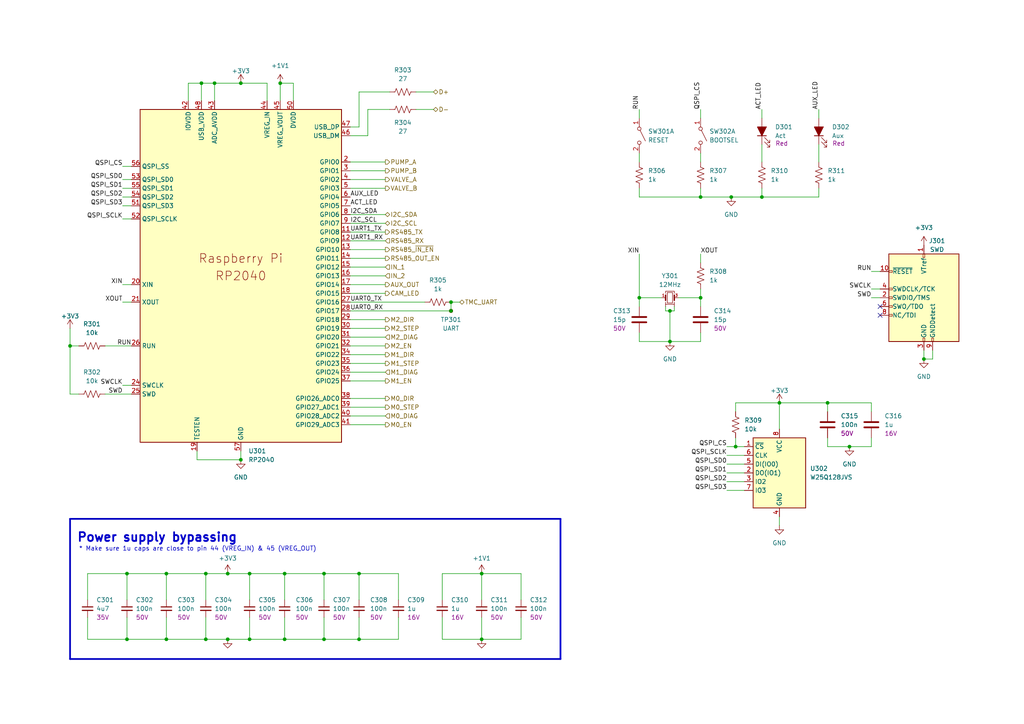
<source format=kicad_sch>
(kicad_sch (version 20230121) (generator eeschema)
  (paper "A4")
  (lib_symbols
    (symbol "Connector:Conn_ARM_JTAG_SWD_10" (pin_names (offset 1.016))
      (property "Reference" "J" (at -2.54 16.51 0))
      (property "Value" "Conn_ARM_JTAG_SWD_10" (at -2.54 13.97 0))
      (symbol "Conn_ARM_JTAG_SWD_10_0_1"
        (rectangle (start -10.16 12.7) (end 10.16 -12.7) (stroke (width 0.254)) (fill (type background)))
        (rectangle (start -2.794 -12.7) (end -2.286 -11.684))
        (rectangle (start -0.254 -12.7) (end 0.254 -11.684))
        (rectangle (start -0.254 12.7) (end 0.254 11.684))
        (rectangle (start 9.144 2.286) (end 10.16 2.794))
        (rectangle (start 10.16 -2.794) (end 9.144 -2.286))
        (rectangle (start 10.16 -0.254) (end 9.144 0.254))
        (rectangle (start 10.16 7.874) (end 9.144 7.366))
      )
      (symbol "Conn_ARM_JTAG_SWD_10_1_1"
        (rectangle (start 9.144 -5.334) (end 10.16 -4.826))
        (pin power_in line (at 0 15.24 270) (length 2.54) (name "VTref") (number "1"))
        (pin open_collector line (at 12.7 7.62 180) (length 2.54) (name "~{RESET}") (number "10"))
        (pin bidirectional line (at 12.7 0 180) (length 2.54) (name "SWDIO/TMS") (number "2"))
        (pin power_in line (at 0 -15.24 90) (length 2.54) (name "GND") (number "3"))
        (pin output line (at 12.7 2.54 180) (length 2.54) (name "SWDCLK/TCK") (number "4"))
        (pin passive line (at 0 -15.24 90) (length 2.54) hide (name "GND") (number "5"))
        (pin input line (at 12.7 -2.54 180) (length 2.54) (name "SWO/TDO") (number "6"))
        (pin no_connect line (at -10.16 0 0) (length 2.54) hide (name "KEY") (number "7"))
        (pin output line (at 12.7 -5.08 180) (length 2.54) (name "NC/TDI") (number "8"))
        (pin passive line (at -2.54 -15.24 90) (length 2.54) (name "GNDDetect") (number "9"))
      )
    )
    (symbol "Connector:TestPoint_Small" (pin_numbers hide) (pin_names (offset 0.762) hide)
      (property "Reference" "TP" (at 0 3.81 0))
      (property "Value" "TestPoint_Small" (at 0 2.032 0))
      (symbol "TestPoint_Small_0_1"
        (circle (center 0 0) (radius 0.508))
      )
      (symbol "TestPoint_Small_1_1"
        (pin passive line (at 0 0 90) (length 0) (name "1") (number "1"))
      )
    )
    (symbol "Device:C" (pin_numbers hide) (pin_names (offset 0.254))
      (property "Reference" "C" (at 0.635 2.54 0))
      (property "Value" "C" (at 0.635 -2.54 0))
      (symbol "C_0_1"
        (polyline (pts (xy -2.032 -0.762) (xy 2.032 -0.762)) (stroke (width 0.508)))
        (polyline (pts (xy -2.032 0.762) (xy 2.032 0.762)) (stroke (width 0.508)))
      )
      (symbol "C_1_1"
        (pin passive line (at 0 3.81 270) (length 2.794) (name "~") (number "1"))
        (pin passive line (at 0 -3.81 90) (length 2.794) (name "~") (number "2"))
      )
    )
    (symbol "Device:C_Small" (pin_numbers hide) (pin_names (offset 0.254) hide)
      (property "Reference" "C" (at 0.254 1.778 0))
      (property "Value" "C_Small" (at 0.254 -2.032 0))
      (symbol "C_Small_0_1"
        (polyline (pts (xy -1.524 -0.508) (xy 1.524 -0.508)) (stroke (width 0.3302)))
        (polyline (pts (xy -1.524 0.508) (xy 1.524 0.508)) (stroke (width 0.3048)))
      )
      (symbol "C_Small_1_1"
        (pin passive line (at 0 2.54 270) (length 2.032) (name "~") (number "1"))
        (pin passive line (at 0 -2.54 90) (length 2.032) (name "~") (number "2"))
      )
    )
    (symbol "Device:LED_Filled" (pin_numbers hide) (pin_names (offset 1.016) hide)
      (property "Reference" "D" (at 0 2.54 0))
      (property "Value" "LED_Filled" (at 0 -2.54 0))
      (symbol "LED_Filled_0_1"
        (polyline (pts (xy -1.27 -1.27) (xy -1.27 1.27)) (stroke (width 0.254)))
        (polyline (pts (xy -1.27 0) (xy 1.27 0)))
        (polyline (pts (xy 1.27 -1.27) (xy 1.27 1.27) (xy -1.27 0) (xy 1.27 -1.27)) (stroke (width 0.254)) (fill (type outline)))
        (polyline (pts (xy -3.048 -0.762) (xy -4.572 -2.286) (xy -3.81 -2.286) (xy -4.572 -2.286) (xy -4.572 -1.524)))
        (polyline (pts (xy -1.778 -0.762) (xy -3.302 -2.286) (xy -2.54 -2.286) (xy -3.302 -2.286) (xy -3.302 -1.524)))
      )
      (symbol "LED_Filled_1_1"
        (pin passive line (at -3.81 0 0) (length 2.54) (name "K") (number "1"))
        (pin passive line (at 3.81 0 180) (length 2.54) (name "A") (number "2"))
      )
    )
    (symbol "Device:R_US" (pin_numbers hide) (pin_names (offset 0))
      (property "Reference" "R" (at 2.54 0 90))
      (property "Value" "R_US" (at -2.54 0 90))
      (symbol "R_US_0_1"
        (polyline (pts (xy 0 -2.286) (xy 0 -2.54)))
        (polyline (pts (xy 0 2.286) (xy 0 2.54)))
        (polyline (pts (xy 0 -0.762) (xy 1.016 -1.143) (xy 0 -1.524) (xy -1.016 -1.905) (xy 0 -2.286)))
        (polyline (pts (xy 0 0.762) (xy 1.016 0.381) (xy 0 0) (xy -1.016 -0.381) (xy 0 -0.762)))
        (polyline (pts (xy 0 2.286) (xy 1.016 1.905) (xy 0 1.524) (xy -1.016 1.143) (xy 0 0.762)))
      )
      (symbol "R_US_1_1"
        (pin passive line (at 0 3.81 270) (length 1.27) (name "~") (number "1"))
        (pin passive line (at 0 -3.81 90) (length 1.27) (name "~") (number "2"))
      )
    )
    (symbol "Droid:Crystal_12MHz_4Pin" (pin_names hide)
      (property "Reference" "Y" (at 0 5.08 0))
      (property "Value" "12MHz" (at 0 0 0))
      (symbol "Crystal_12MHz_4Pin_0_1"
        (rectangle (start -0.762 -1.524) (end 0.762 1.524))
        (polyline (pts (xy -1.27 -0.762) (xy -1.27 0.762)) (stroke (width 0.381)))
        (polyline (pts (xy 1.27 -0.762) (xy 1.27 0.762)) (stroke (width 0.381)))
        (polyline (pts (xy -1.27 -1.27) (xy -1.27 -1.905) (xy 1.27 -1.905) (xy 1.27 -1.27)))
        (polyline (pts (xy -1.27 1.27) (xy -1.27 1.905) (xy 1.27 1.905) (xy 1.27 1.27)))
      )
      (symbol "Crystal_12MHz_4Pin_1_1"
        (pin passive line (at -2.54 0 0) (length 1.27) (name "1") (number "1"))
        (pin passive line (at -1.27 -2.54 90) (length 0.635) (name "2") (number "2"))
        (pin passive line (at 2.54 0 180) (length 1.27) (name "3") (number "3"))
        (pin passive line (at 1.27 -2.54 90) (length 0.635) (name "4") (number "4"))
      )
    )
    (symbol "Droid:RP2040"
      (property "Reference" "U" (at 2.54 -50.8 0))
      (property "Value" "RP2040" (at 2.54 -53.34 0))
      (symbol "RP2040_0_0"
        (text "Raspberry Pi" (at 0 5.08 0) (effects (font (size 2.54 2.54))))
        (text "RP2040" (at 0 0 0) (effects (font (size 2.54 2.54))))
      )
      (symbol "RP2040_0_1"
        (rectangle (start -29.21 48.26) (end 29.21 -48.26) (stroke (width 0.254)) (fill (type background)))
      )
      (symbol "RP2040_1_1"
        (pin power_in line (at -15.24 50.8 270) (length 2.54) hide (name "IOVDD") (number "1"))
        (pin power_in line (at -15.24 50.8 270) (length 2.54) hide (name "IOVDD") (number "10"))
        (pin bidirectional line (at 31.75 12.7 180) (length 2.54) (name "GPIO8") (number "11"))
        (pin bidirectional line (at 31.75 10.16 180) (length 2.54) (name "GPIO9") (number "12"))
        (pin bidirectional line (at 31.75 7.62 180) (length 2.54) (name "GPIO10") (number "13"))
        (pin bidirectional line (at 31.75 5.08 180) (length 2.54) (name "GPIO11") (number "14"))
        (pin bidirectional line (at 31.75 2.54 180) (length 2.54) (name "GPIO12") (number "15"))
        (pin bidirectional line (at 31.75 0 180) (length 2.54) (name "GPIO13") (number "16"))
        (pin bidirectional line (at 31.75 -2.54 180) (length 2.54) (name "GPIO14") (number "17"))
        (pin bidirectional line (at 31.75 -5.08 180) (length 2.54) (name "GPIO15") (number "18"))
        (pin passive line (at -12.7 -50.8 90) (length 2.54) (name "TESTEN") (number "19"))
        (pin bidirectional line (at 31.75 33.02 180) (length 2.54) (name "GPIO0") (number "2"))
        (pin input line (at -31.75 -2.54 0) (length 2.54) (name "XIN") (number "20"))
        (pin passive line (at -31.75 -7.62 0) (length 2.54) (name "XOUT") (number "21"))
        (pin power_in line (at -15.24 50.8 270) (length 2.54) hide (name "IOVDD") (number "22"))
        (pin power_in line (at 15.24 50.8 270) (length 2.54) hide (name "DVDD") (number "23"))
        (pin input line (at -31.75 -31.75 0) (length 2.54) (name "SWCLK") (number "24"))
        (pin bidirectional line (at -31.75 -34.29 0) (length 2.54) (name "SWD") (number "25"))
        (pin input line (at -31.75 -20.32 0) (length 2.54) (name "RUN") (number "26"))
        (pin bidirectional line (at 31.75 -7.62 180) (length 2.54) (name "GPIO16") (number "27"))
        (pin bidirectional line (at 31.75 -10.16 180) (length 2.54) (name "GPIO17") (number "28"))
        (pin bidirectional line (at 31.75 -12.7 180) (length 2.54) (name "GPIO18") (number "29"))
        (pin bidirectional line (at 31.75 30.48 180) (length 2.54) (name "GPIO1") (number "3"))
        (pin bidirectional line (at 31.75 -15.24 180) (length 2.54) (name "GPIO19") (number "30"))
        (pin bidirectional line (at 31.75 -17.78 180) (length 2.54) (name "GPIO20") (number "31"))
        (pin bidirectional line (at 31.75 -20.32 180) (length 2.54) (name "GPIO21") (number "32"))
        (pin power_in line (at -15.24 50.8 270) (length 2.54) hide (name "IOVDD") (number "33"))
        (pin bidirectional line (at 31.75 -22.86 180) (length 2.54) (name "GPIO22") (number "34"))
        (pin bidirectional line (at 31.75 -25.4 180) (length 2.54) (name "GPIO23") (number "35"))
        (pin bidirectional line (at 31.75 -27.94 180) (length 2.54) (name "GPIO24") (number "36"))
        (pin bidirectional line (at 31.75 -30.48 180) (length 2.54) (name "GPIO25") (number "37"))
        (pin bidirectional line (at 31.75 -35.56 180) (length 2.54) (name "GPIO26_ADC0") (number "38"))
        (pin bidirectional line (at 31.75 -38.1 180) (length 2.54) (name "GPIO27_ADC1") (number "39"))
        (pin bidirectional line (at 31.75 27.94 180) (length 2.54) (name "GPIO2") (number "4"))
        (pin bidirectional line (at 31.75 -40.64 180) (length 2.54) (name "GPIO28_ADC2") (number "40"))
        (pin bidirectional line (at 31.75 -43.18 180) (length 2.54) (name "GPIO29_ADC3") (number "41"))
        (pin power_in line (at -15.24 50.8 270) (length 2.54) (name "IOVDD") (number "42"))
        (pin power_in line (at -7.62 50.8 270) (length 2.54) (name "ADC_AVDD") (number "43"))
        (pin power_in line (at 7.62 50.8 270) (length 2.54) (name "VREG_IN") (number "44"))
        (pin power_out line (at 11.43 50.8 270) (length 2.54) (name "VREG_VOUT") (number "45"))
        (pin bidirectional line (at 31.75 40.64 180) (length 2.54) (name "USB_DM") (number "46"))
        (pin bidirectional line (at 31.75 43.18 180) (length 2.54) (name "USB_DP") (number "47"))
        (pin power_in line (at -11.43 50.8 270) (length 2.54) (name "USB_VDD") (number "48"))
        (pin power_in line (at -15.24 50.8 270) (length 2.54) hide (name "IOVDD") (number "49"))
        (pin bidirectional line (at 31.75 25.4 180) (length 2.54) (name "GPIO3") (number "5"))
        (pin power_in line (at 15.24 50.8 270) (length 2.54) (name "DVDD") (number "50"))
        (pin bidirectional line (at -31.75 20.32 0) (length 2.54) (name "QSPI_SD3") (number "51"))
        (pin output line (at -31.75 16.51 0) (length 2.54) (name "QSPI_SCLK") (number "52"))
        (pin bidirectional line (at -31.75 27.94 0) (length 2.54) (name "QSPI_SD0") (number "53"))
        (pin bidirectional line (at -31.75 22.86 0) (length 2.54) (name "QSPI_SD2") (number "54"))
        (pin bidirectional line (at -31.75 25.4 0) (length 2.54) (name "QSPI_SD1") (number "55"))
        (pin bidirectional line (at -31.75 31.75 0) (length 2.54) (name "QSPI_SS") (number "56"))
        (pin power_in line (at 0 -50.8 90) (length 2.54) (name "GND") (number "57"))
        (pin bidirectional line (at 31.75 22.86 180) (length 2.54) (name "GPIO4") (number "6"))
        (pin bidirectional line (at 31.75 20.32 180) (length 2.54) (name "GPIO5") (number "7"))
        (pin bidirectional line (at 31.75 17.78 180) (length 2.54) (name "GPIO6") (number "8"))
        (pin bidirectional line (at 31.75 15.24 180) (length 2.54) (name "GPIO7") (number "9"))
      )
    )
    (symbol "Memory_Flash:W25Q128JVS"
      (property "Reference" "U" (at -8.89 8.89 0))
      (property "Value" "W25Q128JVS" (at 7.62 8.89 0))
      (symbol "W25Q128JVS_0_1"
        (rectangle (start -7.62 10.16) (end 7.62 -10.16) (stroke (width 0.254)) (fill (type background)))
      )
      (symbol "W25Q128JVS_1_1"
        (pin input line (at -10.16 7.62 0) (length 2.54) (name "~{CS}") (number "1"))
        (pin bidirectional line (at -10.16 0 0) (length 2.54) (name "DO(IO1)") (number "2"))
        (pin bidirectional line (at -10.16 -2.54 0) (length 2.54) (name "IO2") (number "3"))
        (pin power_in line (at 0 -12.7 90) (length 2.54) (name "GND") (number "4"))
        (pin bidirectional line (at -10.16 2.54 0) (length 2.54) (name "DI(IO0)") (number "5"))
        (pin input line (at -10.16 5.08 0) (length 2.54) (name "CLK") (number "6"))
        (pin bidirectional line (at -10.16 -5.08 0) (length 2.54) (name "IO3") (number "7"))
        (pin power_in line (at 0 12.7 270) (length 2.54) (name "VCC") (number "8"))
      )
    )
    (symbol "Switch:SW_DPST_x2" (pin_names (offset 0) hide)
      (property "Reference" "SW" (at 0 3.175 0))
      (property "Value" "SW_DPST_x2" (at 0 -2.54 0))
      (symbol "SW_DPST_x2_0_0"
        (circle (center -2.032 0) (radius 0.508))
        (polyline (pts (xy -1.524 0.254) (xy 1.524 1.778)))
        (circle (center 2.032 0) (radius 0.508))
      )
      (symbol "SW_DPST_x2_1_1"
        (pin passive line (at -5.08 0 0) (length 2.54) (name "A") (number "1"))
        (pin passive line (at 5.08 0 180) (length 2.54) (name "B") (number "2"))
      )
      (symbol "SW_DPST_x2_2_1"
        (pin passive line (at -5.08 0 0) (length 2.54) (name "A") (number "3"))
        (pin passive line (at 5.08 0 180) (length 2.54) (name "B") (number "4"))
      )
    )
    (symbol "power:+1V1" (power) (pin_names (offset 0))
      (property "Value" "+1V1" (at 0 3.556 0))
      (symbol "+1V1_0_1"
        (polyline (pts (xy -0.762 1.27) (xy 0 2.54)))
        (polyline (pts (xy 0 0) (xy 0 2.54)))
        (polyline (pts (xy 0 2.54) (xy 0.762 1.27)))
      )
      (symbol "+1V1_1_1"
        (pin power_in line (at 0 0 90) (length 0) hide (name "+1V1") (number "1"))
      )
    )
    (symbol "power:+3V3" (power) (pin_names (offset 0))
      (property "Value" "+3V3" (at 0 3.556 0))
      (symbol "+3V3_0_1"
        (polyline (pts (xy -0.762 1.27) (xy 0 2.54)))
        (polyline (pts (xy 0 0) (xy 0 2.54)))
        (polyline (pts (xy 0 2.54) (xy 0.762 1.27)))
      )
      (symbol "+3V3_1_1"
        (pin power_in line (at 0 0 90) (length 0) hide (name "+3V3") (number "1"))
      )
    )
    (symbol "power:GND" (power) (pin_names (offset 0))
      (property "Value" "GND" (at 0 -3.81 0))
      (symbol "GND_0_1"
        (polyline (pts (xy 0 0) (xy 0 -1.27) (xy 1.27 -1.27) (xy 0 -2.54) (xy -1.27 -1.27) (xy 0 -1.27)))
      )
      (symbol "GND_1_1"
        (pin power_in line (at 0 0 270) (length 0) hide (name "GND") (number "1"))
      )
    )
  )
  (junction (at 59.69 166.37))
  (junction (at 226.06 116.84))
  (junction (at 194.31 90.17))
  (junction (at 267.97 104.14))
  (junction (at 82.55 166.37))
  (junction (at 203.2 86.36))
  (junction (at 48.26 185.42))
  (junction (at 246.38 129.54))
  (junction (at 20.32 100.33))
  (junction (at 36.83 166.37))
  (junction (at 130.81 90.17))
  (junction (at 185.42 86.36))
  (junction (at 93.98 185.42))
  (junction (at 220.98 57.15))
  (junction (at 104.14 166.37))
  (junction (at 72.39 166.37))
  (junction (at 104.14 185.42))
  (junction (at 139.7 185.42))
  (junction (at 81.28 24.13))
  (junction (at 48.26 166.37))
  (junction (at 93.98 166.37))
  (junction (at 213.36 129.54))
  (junction (at 58.42 24.13))
  (junction (at 212.09 57.15))
  (junction (at 194.31 99.06))
  (junction (at 66.04 166.37))
  (junction (at 72.39 185.42))
  (junction (at 240.03 116.84))
  (junction (at 130.81 87.63))
  (junction (at 69.85 24.13))
  (junction (at 36.83 185.42))
  (junction (at 69.85 133.35))
  (junction (at 139.7 166.37))
  (junction (at 203.2 57.15))
  (junction (at 66.04 185.42))
  (junction (at 59.69 185.42))
  (junction (at 62.23 24.13))
  (junction (at 82.55 185.42))
  (no_connect (at 255.27 88.9))
  (no_connect (at 255.27 91.44))
  (wire (pts (xy 220.98 57.15) (xy 212.09 57.15)))
  (wire (pts (xy 185.42 86.36) (xy 191.77 86.36)))
  (wire (pts (xy 48.26 166.37) (xy 48.26 173.99)))
  (wire (pts (xy 48.26 179.07) (xy 48.26 185.42)))
  (wire (pts (xy 246.38 129.54) (xy 252.73 129.54)))
  (wire (pts (xy 101.6 100.33) (xy 111.76 100.33)))
  (wire (pts (xy 101.6 49.53) (xy 111.76 49.53)))
  (wire (pts (xy 101.6 74.93) (xy 111.76 74.93)))
  (wire (pts (xy 59.69 179.07) (xy 59.69 185.42)))
  (wire (pts (xy 101.6 85.09) (xy 111.76 85.09)))
  (wire (pts (xy 252.73 116.84) (xy 240.03 116.84)))
  (wire (pts (xy 35.56 57.15) (xy 38.1 57.15)))
  (wire (pts (xy 58.42 24.13) (xy 62.23 24.13)))
  (wire (pts (xy 203.2 83.82) (xy 203.2 86.36)))
  (wire (pts (xy 226.06 116.84) (xy 240.03 116.84)))
  (wire (pts (xy 72.39 179.07) (xy 72.39 185.42)))
  (wire (pts (xy 36.83 185.42) (xy 25.4 185.42)))
  (wire (pts (xy 59.69 166.37) (xy 59.69 173.99)))
  (wire (pts (xy 57.15 133.35) (xy 69.85 133.35)))
  (wire (pts (xy 82.55 179.07) (xy 82.55 185.42)))
  (wire (pts (xy 203.2 44.45) (xy 203.2 46.99)))
  (wire (pts (xy 151.13 179.07) (xy 151.13 185.42)))
  (wire (pts (xy 139.7 166.37) (xy 139.7 173.99)))
  (wire (pts (xy 213.36 127) (xy 213.36 129.54)))
  (wire (pts (xy 93.98 166.37) (xy 104.14 166.37)))
  (wire (pts (xy 101.6 120.65) (xy 111.76 120.65)))
  (wire (pts (xy 93.98 166.37) (xy 93.98 173.99)))
  (wire (pts (xy 35.56 111.76) (xy 38.1 111.76)))
  (wire (pts (xy 193.04 90.17) (xy 194.31 90.17)))
  (wire (pts (xy 69.85 24.13) (xy 77.47 24.13)))
  (wire (pts (xy 35.56 52.07) (xy 38.1 52.07)))
  (wire (pts (xy 115.57 179.07) (xy 115.57 185.42)))
  (wire (pts (xy 48.26 185.42) (xy 59.69 185.42)))
  (wire (pts (xy 240.03 129.54) (xy 246.38 129.54)))
  (wire (pts (xy 203.2 86.36) (xy 203.2 88.9)))
  (wire (pts (xy 252.73 119.38) (xy 252.73 116.84)))
  (wire (pts (xy 210.82 137.16) (xy 215.9 137.16)))
  (wire (pts (xy 81.28 24.13) (xy 81.28 29.21)))
  (wire (pts (xy 185.42 99.06) (xy 194.31 99.06)))
  (wire (pts (xy 151.13 185.42) (xy 139.7 185.42)))
  (wire (pts (xy 101.6 105.41) (xy 111.76 105.41)))
  (wire (pts (xy 101.6 69.85) (xy 111.76 69.85)))
  (wire (pts (xy 77.47 29.21) (xy 77.47 24.13)))
  (wire (pts (xy 101.6 90.17) (xy 130.81 90.17)))
  (wire (pts (xy 82.55 166.37) (xy 82.55 173.99)))
  (wire (pts (xy 66.04 166.37) (xy 72.39 166.37)))
  (wire (pts (xy 48.26 185.42) (xy 36.83 185.42)))
  (wire (pts (xy 185.42 54.61) (xy 185.42 57.15)))
  (wire (pts (xy 237.49 31.75) (xy 237.49 34.29)))
  (wire (pts (xy 57.15 130.81) (xy 57.15 133.35)))
  (wire (pts (xy 101.6 110.49) (xy 111.76 110.49)))
  (wire (pts (xy 69.85 130.81) (xy 69.85 133.35)))
  (wire (pts (xy 240.03 119.38) (xy 240.03 116.84)))
  (wire (pts (xy 252.73 86.36) (xy 255.27 86.36)))
  (wire (pts (xy 101.6 52.07) (xy 111.76 52.07)))
  (wire (pts (xy 101.6 64.77) (xy 111.76 64.77)))
  (wire (pts (xy 101.6 102.87) (xy 111.76 102.87)))
  (wire (pts (xy 203.2 73.66) (xy 203.2 76.2)))
  (wire (pts (xy 220.98 57.15) (xy 237.49 57.15)))
  (wire (pts (xy 101.6 87.63) (xy 123.19 87.63)))
  (wire (pts (xy 101.6 82.55) (xy 111.76 82.55)))
  (wire (pts (xy 35.56 82.55) (xy 38.1 82.55)))
  (wire (pts (xy 210.82 134.62) (xy 215.9 134.62)))
  (wire (pts (xy 104.14 166.37) (xy 104.14 173.99)))
  (wire (pts (xy 101.6 95.25) (xy 111.76 95.25)))
  (wire (pts (xy 35.56 63.5) (xy 38.1 63.5)))
  (wire (pts (xy 120.65 31.75) (xy 125.73 31.75)))
  (wire (pts (xy 270.51 101.6) (xy 270.51 104.14)))
  (wire (pts (xy 220.98 31.75) (xy 220.98 34.29)))
  (wire (pts (xy 128.27 166.37) (xy 128.27 173.99)))
  (wire (pts (xy 101.6 77.47) (xy 111.76 77.47)))
  (wire (pts (xy 35.56 54.61) (xy 38.1 54.61)))
  (wire (pts (xy 66.04 185.42) (xy 72.39 185.42)))
  (wire (pts (xy 62.23 24.13) (xy 69.85 24.13)))
  (wire (pts (xy 115.57 185.42) (xy 104.14 185.42)))
  (wire (pts (xy 22.86 114.3) (xy 20.32 114.3)))
  (wire (pts (xy 93.98 185.42) (xy 104.14 185.42)))
  (wire (pts (xy 101.6 107.95) (xy 111.76 107.95)))
  (wire (pts (xy 151.13 166.37) (xy 151.13 173.99)))
  (wire (pts (xy 226.06 116.84) (xy 226.06 124.46)))
  (wire (pts (xy 72.39 166.37) (xy 72.39 173.99)))
  (wire (pts (xy 20.32 95.25) (xy 20.32 100.33)))
  (wire (pts (xy 106.68 39.37) (xy 106.68 31.75)))
  (wire (pts (xy 210.82 142.24) (xy 215.9 142.24)))
  (wire (pts (xy 54.61 24.13) (xy 58.42 24.13)))
  (wire (pts (xy 101.6 115.57) (xy 111.76 115.57)))
  (wire (pts (xy 195.58 90.17) (xy 194.31 90.17)))
  (wire (pts (xy 104.14 179.07) (xy 104.14 185.42)))
  (wire (pts (xy 237.49 54.61) (xy 237.49 57.15)))
  (wire (pts (xy 101.6 92.71) (xy 111.76 92.71)))
  (wire (pts (xy 185.42 31.75) (xy 185.42 34.29)))
  (wire (pts (xy 35.56 48.26) (xy 38.1 48.26)))
  (wire (pts (xy 25.4 166.37) (xy 36.83 166.37)))
  (wire (pts (xy 139.7 185.42) (xy 128.27 185.42)))
  (wire (pts (xy 25.4 185.42) (xy 25.4 179.07)))
  (wire (pts (xy 267.97 104.14) (xy 270.51 104.14)))
  (wire (pts (xy 240.03 127) (xy 240.03 129.54)))
  (wire (pts (xy 210.82 129.54) (xy 213.36 129.54)))
  (wire (pts (xy 72.39 185.42) (xy 82.55 185.42)))
  (wire (pts (xy 196.85 86.36) (xy 203.2 86.36)))
  (wire (pts (xy 25.4 166.37) (xy 25.4 173.99)))
  (wire (pts (xy 185.42 96.52) (xy 185.42 99.06)))
  (wire (pts (xy 93.98 179.07) (xy 93.98 185.42)))
  (wire (pts (xy 120.65 26.67) (xy 125.73 26.67)))
  (wire (pts (xy 220.98 41.91) (xy 220.98 46.99)))
  (wire (pts (xy 36.83 179.07) (xy 36.83 185.42)))
  (wire (pts (xy 101.6 80.01) (xy 111.76 80.01)))
  (wire (pts (xy 226.06 149.86) (xy 226.06 152.4)))
  (wire (pts (xy 185.42 86.36) (xy 185.42 88.9)))
  (polyline (pts (xy 20.32 150.495) (xy 20.32 191.135)) (stroke (width 0.5) (type solid)))
  (wire (pts (xy 101.6 54.61) (xy 111.76 54.61)))
  (wire (pts (xy 72.39 166.37) (xy 82.55 166.37)))
  (wire (pts (xy 104.14 36.83) (xy 104.14 26.67)))
  (wire (pts (xy 20.32 100.33) (xy 22.86 100.33)))
  (wire (pts (xy 252.73 127) (xy 252.73 129.54)))
  (wire (pts (xy 101.6 97.79) (xy 111.76 97.79)))
  (wire (pts (xy 193.04 88.9) (xy 193.04 90.17)))
  (wire (pts (xy 101.6 67.31) (xy 111.76 67.31)))
  (wire (pts (xy 106.68 31.75) (xy 113.03 31.75)))
  (wire (pts (xy 203.2 99.06) (xy 194.31 99.06)))
  (wire (pts (xy 104.14 36.83) (xy 101.6 36.83)))
  (wire (pts (xy 203.2 57.15) (xy 212.09 57.15)))
  (polyline (pts (xy 20.32 150.495) (xy 162.56 150.495)) (stroke (width 0.5) (type solid)))
  (wire (pts (xy 203.2 31.75) (xy 203.2 34.29)))
  (wire (pts (xy 185.42 44.45) (xy 185.42 46.99)))
  (polyline (pts (xy 162.56 150.495) (xy 162.56 191.135)) (stroke (width 0.5) (type solid)))
  (wire (pts (xy 101.6 46.99) (xy 111.76 46.99)))
  (wire (pts (xy 213.36 116.84) (xy 226.06 116.84)))
  (wire (pts (xy 210.82 132.08) (xy 215.9 132.08)))
  (wire (pts (xy 104.14 166.37) (xy 115.57 166.37)))
  (wire (pts (xy 82.55 166.37) (xy 93.98 166.37)))
  (wire (pts (xy 62.23 24.13) (xy 62.23 29.21)))
  (wire (pts (xy 115.57 166.37) (xy 115.57 173.99)))
  (wire (pts (xy 48.26 166.37) (xy 59.69 166.37)))
  (wire (pts (xy 203.2 96.52) (xy 203.2 99.06)))
  (wire (pts (xy 85.09 24.13) (xy 81.28 24.13)))
  (wire (pts (xy 66.04 166.37) (xy 59.69 166.37)))
  (wire (pts (xy 139.7 179.07) (xy 139.7 185.42)))
  (wire (pts (xy 130.81 87.63) (xy 130.81 90.17)))
  (wire (pts (xy 20.32 100.33) (xy 20.32 114.3)))
  (wire (pts (xy 35.56 87.63) (xy 38.1 87.63)))
  (wire (pts (xy 185.42 73.66) (xy 185.42 86.36)))
  (wire (pts (xy 267.97 101.6) (xy 267.97 104.14)))
  (wire (pts (xy 35.56 59.69) (xy 38.1 59.69)))
  (wire (pts (xy 59.69 185.42) (xy 66.04 185.42)))
  (wire (pts (xy 30.48 100.33) (xy 38.1 100.33)))
  (wire (pts (xy 213.36 119.38) (xy 213.36 116.84)))
  (wire (pts (xy 252.73 83.82) (xy 255.27 83.82)))
  (wire (pts (xy 128.27 179.07) (xy 128.27 185.42)))
  (wire (pts (xy 36.83 166.37) (xy 36.83 173.99)))
  (wire (pts (xy 101.6 62.23) (xy 111.76 62.23)))
  (wire (pts (xy 220.98 54.61) (xy 220.98 57.15)))
  (wire (pts (xy 101.6 39.37) (xy 106.68 39.37)))
  (wire (pts (xy 104.14 26.67) (xy 113.03 26.67)))
  (wire (pts (xy 194.31 90.17) (xy 194.31 99.06)))
  (wire (pts (xy 58.42 24.13) (xy 58.42 29.21)))
  (wire (pts (xy 36.83 166.37) (xy 48.26 166.37)))
  (wire (pts (xy 128.27 166.37) (xy 139.7 166.37)))
  (wire (pts (xy 139.7 166.37) (xy 151.13 166.37)))
  (wire (pts (xy 82.55 185.42) (xy 93.98 185.42)))
  (wire (pts (xy 101.6 118.11) (xy 111.76 118.11)))
  (wire (pts (xy 185.42 57.15) (xy 203.2 57.15)))
  (wire (pts (xy 252.73 78.74) (xy 255.27 78.74)))
  (wire (pts (xy 54.61 29.21) (xy 54.61 24.13)))
  (wire (pts (xy 203.2 54.61) (xy 203.2 57.15)))
  (wire (pts (xy 213.36 129.54) (xy 215.9 129.54)))
  (wire (pts (xy 30.48 114.3) (xy 38.1 114.3)))
  (wire (pts (xy 210.82 139.7) (xy 215.9 139.7)))
  (wire (pts (xy 101.6 123.19) (xy 111.76 123.19)))
  (polyline (pts (xy 162.56 191.135) (xy 20.32 191.135)) (stroke (width 0.5) (type solid)))
  (wire (pts (xy 237.49 41.91) (xy 237.49 46.99)))
  (wire (pts (xy 130.81 87.63) (xy 133.35 87.63)))
  (wire (pts (xy 101.6 72.39) (xy 111.76 72.39)))
  (wire (pts (xy 85.09 29.21) (xy 85.09 24.13)))
  (wire (pts (xy 195.58 88.9) (xy 195.58 90.17)))
  (text "* Make sure 1u caps are close to pin 44 (VREG_IN) & 45 (VREG_OUT)" (at 22.86 160.02 0) (effects (font (size 1.27 1.27)) (justify left bottom)))
  (text "Power supply bypassing" (at 22.225 157.48 0) (effects (font (size 2.54 2.54) bold) (justify left bottom)))
  (label "ACT_LED" (at 101.6 59.69 0))
  (label "QSPI_SD3" (at 210.82 142.24 180))
  (label "I2C_SCL" (at 101.6 64.77 0))
  (label "QSPI_SD2" (at 35.56 57.15 180))
  (label "UART1_RX" (at 101.6 69.85 0))
  (label "QSPI_CS" (at 203.2 31.75 90))
  (label "QSPI_SD0" (at 210.82 134.62 180))
  (label "AUX_LED" (at 237.49 31.75 90))
  (label "XIN" (at 35.56 82.55 180))
  (label "XIN" (at 185.42 73.66 180))
  (label "I2C_SDA" (at 101.6 62.23 0))
  (label "UART0_TX" (at 101.6 87.63 0))
  (label "QSPI_SCLK" (at 210.82 132.08 180))
  (label "XOUT" (at 35.56 87.63 180))
  (label "QSPI_CS" (at 35.56 48.26 180))
  (label "SWD" (at 252.73 86.36 180))
  (label "UART1_TX" (at 101.6 67.31 0))
  (label "QSPI_SD3" (at 35.56 59.69 180))
  (label "XOUT" (at 203.2 73.66 0))
  (label "QSPI_CS" (at 210.82 129.54 180))
  (label "ACT_LED" (at 220.98 31.75 90))
  (label "RUN" (at 38.1 100.33 180))
  (label "SWCLK" (at 252.73 83.82 180))
  (label "SWD" (at 35.56 114.3 180))
  (label "RUN" (at 185.42 31.75 90))
  (label "AUX_LED" (at 101.6 57.15 0))
  (label "QSPI_SD1" (at 35.56 54.61 180))
  (label "UART0_RX" (at 101.6 90.17 0))
  (label "QSPI_SCLK" (at 35.56 63.5 180))
  (label "QSPI_SD0" (at 35.56 52.07 180))
  (label "QSPI_SD1" (at 210.82 137.16 180))
  (label "QSPI_SD2" (at 210.82 139.7 180))
  (label "RUN" (at 252.73 78.74 180))
  (label "SWCLK" (at 35.56 111.76 180))
  (hierarchical_label "M1_EN" (shape output) (at 111.76 110.49 0))
  (hierarchical_label "M2_DIAG" (shape input) (at 111.76 97.79 0))
  (hierarchical_label "M2_STEP" (shape output) (at 111.76 95.25 0))
  (hierarchical_label "M0_EN" (shape output) (at 111.76 123.19 0))
  (hierarchical_label "M2_EN" (shape output) (at 111.76 100.33 0))
  (hierarchical_label "RS485_TX" (shape output) (at 111.76 67.31 0))
  (hierarchical_label "I2C_SDA" (shape bidirectional) (at 111.76 62.23 0))
  (hierarchical_label "VALVE_A" (shape output) (at 111.76 52.07 0))
  (hierarchical_label "CAM_LED" (shape output) (at 111.76 85.09 0))
  (hierarchical_label "M2_DIR" (shape output) (at 111.76 92.71 0))
  (hierarchical_label "M0_DIR" (shape output) (at 111.76 115.57 0))
  (hierarchical_label "AUX_OUT" (shape output) (at 111.76 82.55 0))
  (hierarchical_label "D+" (shape bidirectional) (at 125.73 26.67 0))
  (hierarchical_label "I2C_SCL" (shape bidirectional) (at 111.76 64.77 0))
  (hierarchical_label "PUMP_A" (shape output) (at 111.76 46.99 0))
  (hierarchical_label "IN_1" (shape input) (at 111.76 77.47 0))
  (hierarchical_label "D-" (shape bidirectional) (at 125.73 31.75 0))
  (hierarchical_label "M1_STEP" (shape output) (at 111.76 105.41 0))
  (hierarchical_label "RS485_OUT_EN" (shape output) (at 111.76 74.93 0))
  (hierarchical_label "PUMP_B" (shape output) (at 111.76 49.53 0))
  (hierarchical_label "TMC_UART" (shape bidirectional) (at 133.35 87.63 0))
  (hierarchical_label "VALVE_B" (shape output) (at 111.76 54.61 0))
  (hierarchical_label "M1_DIAG" (shape input) (at 111.76 107.95 0))
  (hierarchical_label "RS485_RX" (shape input) (at 111.76 69.85 0))
  (hierarchical_label "M0_DIAG" (shape input) (at 111.76 120.65 0))
  (hierarchical_label "IN_2" (shape input) (at 111.76 80.01 0))
  (hierarchical_label "RS485_~{IN_EN}" (shape output) (at 111.76 72.39 0))
  (hierarchical_label "M0_STEP" (shape output) (at 111.76 118.11 0))
  (hierarchical_label "M1_DIR" (shape output) (at 111.76 102.87 0))
  (symbol (lib_id "power:GND") (at 139.7 185.42 0) (unit 1)
    (property "Reference" "#PWR0308" (effects hide))
    (property "Value" "GND" (effects hide))
  )
  (symbol (lib_id "Device:C_Small") (at 25.4 176.53 0) (unit 1)
    (property "Reference" "C301" (at 27.94 173.9962 0) (effects (justify left)))
    (property "Value" "4u7" (at 27.94 176.5362 0) (effects (justify left)))
    (property "Footprint" "Droid:C_0603_HandSolder" (effects hide))
    (property "mpn" "GRM188R6YA475KE15D" (effects hide))
    (property "Rating" "35V" (at 27.94 179.0762 0) (effects (justify left)))
  )
  (symbol (lib_id "power:+3V3") (at 267.97 71.12 0) (unit 1)
    (property "Reference" "#PWR0314" (effects hide))
    (property "Value" "+3V3" (at 267.97 66.04 0))
  )
  (symbol (lib_id "Device:R_US") (at 203.2 80.01 0) (unit 1)
    (property "Reference" "R308" (at 205.74 78.74 0) (effects (justify left)))
    (property "Value" "1k" (at 205.74 81.28 0) (effects (justify left)))
    (property "Footprint" "Droid:R_0603_HandSolder" (effects hide))
    (property "mpn" "RMCF0603JT1K00" (effects hide))
    (property "Rating" "100mw" (effects hide))
  )
  (symbol (lib_id "Memory_Flash:W25Q128JVS") (at 226.06 137.16 0) (unit 1)
    (property "Reference" "U302" (at 234.95 135.89 0) (effects (justify left)))
    (property "Value" "W25Q128JVS" (at 234.95 138.43 0) (effects (justify left)))
    (property "Footprint" "Package_SO:SOIC-8_5.23x5.23mm_P1.27mm" (effects hide))
    (property "Datasheet" "http://www.winbond.com/resource-files/w25q128jv_dtr%20revc%2003272018%20plus.pdf" (effects hide))
    (property "mpn" "W25Q128JVSIQ" (effects hide))
  )
  (symbol (lib_id "Connector:Conn_ARM_JTAG_SWD_10") (at 267.97 86.36 0) (mirror y) (unit 1)
    (property "Reference" "J301" (at 271.78 69.85 0))
    (property "Value" "SWD" (at 271.78 72.39 0))
    (property "Footprint" "Connector_PinHeader_1.27mm:PinHeader_2x05_P1.27mm_Vertical_SMD" (effects hide))
    (property "Datasheet" "http://infocenter.arm.com/help/topic/com.arm.doc.ddi0314h/DDI0314H_coresight_components_trm.pdf" (effects hide))
    (property "mpn" "20021121-00010C4LF" (effects hide))
  )
  (symbol (lib_id "Device:R_US") (at 127 87.63 90) (unit 1)
    (property "Reference" "R305" (at 127 81.28 90))
    (property "Value" "1k" (at 127 83.82 90))
    (property "Footprint" "Droid:R_0603_HandSolder" (effects hide))
    (property "mpn" "RMCF0603JT1K00" (effects hide))
    (property "Rating" "100mw" (effects hide))
  )
  (symbol (lib_id "Switch:SW_DPST_x2") (at 203.2 39.37 270) (unit 1)
    (property "Reference" "SW302" (at 205.74 38.1 90) (effects (justify left)))
    (property "Value" "BOOTSEL" (at 205.74 40.64 90) (effects (justify left)))
    (property "Footprint" "Droid:Tactile_Switch_4.2mm" (effects hide))
    (property "mpn" "PTS810 SJK 250 SMTR LFS" (effects hide))
  )
  (symbol (lib_id "power:+1V1") (at 81.28 24.13 0) (unit 1)
    (property "Reference" "#PWR0306" (effects hide))
    (property "Value" "+1V1" (at 81.28 19.05 0))
  )
  (symbol (lib_id "Device:R_US") (at 185.42 50.8 0) (unit 1)
    (property "Reference" "R306" (at 187.96 49.53 0) (effects (justify left)))
    (property "Value" "1k" (at 187.96 52.07 0) (effects (justify left)))
    (property "Footprint" "Droid:R_0603_HandSolder" (effects hide))
    (property "mpn" "RMCF0603JT1K00" (effects hide))
    (property "Rating" "100mw" (effects hide))
  )
  (symbol (lib_id "Device:R_US") (at 26.67 100.33 90) (unit 1)
    (property "Reference" "R301" (at 26.67 93.98 90))
    (property "Value" "10k" (at 26.67 96.52 90))
    (property "Footprint" "Droid:R_0603_HandSolder" (effects hide))
    (property "mpn" "RMCF0603FT10K0" (effects hide))
    (property "Rating" "100mw" (effects hide))
  )
  (symbol (lib_id "Device:C_Small") (at 36.83 176.53 0) (unit 1)
    (property "Reference" "C302" (at 39.37 173.9962 0) (effects (justify left)))
    (property "Value" "100n" (at 39.37 176.5362 0) (effects (justify left)))
    (property "Footprint" "Droid:C_0603_HandSolder" (effects hide))
    (property "Rating" "50V" (at 39.37 179.0762 0) (effects (justify left)))
    (property "mpn" "CL10B104KB8NNNC" (effects hide))
  )
  (symbol (lib_id "Device:C") (at 203.2 92.71 0) (unit 1)
    (property "Reference" "C314" (at 207.01 90.17 0) (effects (justify left)))
    (property "Value" "15p" (at 207.01 92.71 0) (effects (justify left)))
    (property "Footprint" "Droid:C_0603_HandSolder" (effects hide))
    (property "mpn" "0603N150F500CT" (effects hide))
    (property "Rating" "50V" (at 207.01 95.25 0) (effects (justify left)))
  )
  (symbol (lib_id "power:GND") (at 194.31 99.06 0) (unit 1)
    (property "Reference" "#PWR0309" (effects hide))
    (property "Value" "GND" (at 194.31 104.14 0))
  )
  (symbol (lib_id "Device:LED_Filled") (at 237.49 38.1 90) (unit 1)
    (property "Reference" "D302" (at 241.3 36.83 90) (effects (justify right)))
    (property "Value" "Aux" (at 241.3 39.37 90) (effects (justify right)))
    (property "Footprint" "Droid:LED_0805_LiteOn" (effects hide))
    (property "mpn" "APT2012EC" (effects hide))
    (property "Rating" "Red" (at 245.11 41.5925 90) (effects (justify left)))
  )
  (symbol (lib_id "Device:R_US") (at 26.67 114.3 270) (unit 1)
    (property "Reference" "R302" (at 26.67 107.95 90))
    (property "Value" "10k" (at 26.67 110.49 90))
    (property "Footprint" "Droid:R_0603_HandSolder" (effects hide))
    (property "mpn" "RMCF0603FT10K0" (effects hide))
    (property "Rating" "100mw" (effects hide))
  )
  (symbol (lib_id "power:+3V3") (at 20.32 95.25 0) (unit 1)
    (property "Reference" "#PWR0301" (effects hide))
    (property "Value" "+3V3" (at 20.32 91.694 0))
  )
  (symbol (lib_id "Device:R_US") (at 237.49 50.8 0) (unit 1)
    (property "Reference" "R311" (at 240.03 49.53 0) (effects (justify left)))
    (property "Value" "1k" (at 240.03 52.07 0) (effects (justify left)))
    (property "Footprint" "Droid:R_0603_HandSolder" (effects hide))
    (property "mpn" "RMCF0603JT1K00" (effects hide))
    (property "Rating" "100mw" (effects hide))
  )
  (symbol (lib_id "power:GND") (at 267.97 104.14 0) (unit 1)
    (property "Reference" "#PWR0315" (effects hide))
    (property "Value" "GND" (at 267.97 109.22 0))
  )
  (symbol (lib_id "power:+1V1") (at 139.7 166.37 0) (unit 1)
    (property "Reference" "#PWR0307" (effects hide))
    (property "Value" "+1V1" (at 139.7 161.925 0))
  )
  (symbol (lib_id "power:+3V3") (at 66.04 166.37 0) (unit 1)
    (property "Reference" "#PWR0302" (effects hide))
    (property "Value" "+3V3" (at 66.04 161.925 0))
    (instances (project "movertron" (path "" (reference "#PWR0302") (unit 1))) (project "starfish" (path "" (reference "#PWR0305") (unit 1))))
  )
  (symbol (lib_id "power:GND") (at 246.38 129.54 0) (unit 1)
    (property "Reference" "#PWR0313" (effects hide))
    (property "Value" "GND" (at 246.38 134.62 0))
  )
  (symbol (lib_id "Device:C_Small") (at 115.57 176.53 0) (unit 1)
    (property "Reference" "C309" (at 118.11 173.9962 0) (effects (justify left)))
    (property "Value" "1u" (at 118.11 176.5362 0) (effects (justify left)))
    (property "Footprint" "Droid:C_0603_HandSolder" (effects hide))
    (property "Rating" "16V" (at 118.11 179.0762 0) (effects (justify left)))
    (property "mpn" "CL10B105MO8NNWC" (effects hide))
  )
  (symbol (lib_id "power:GND") (at 212.09 57.15 0) (unit 1)
    (property "Reference" "#PWR0310" (effects hide))
    (property "Value" "GND" (at 212.09 62.23 0))
  )
  (symbol (lib_id "Connector:TestPoint_Small") (at 130.81 90.17 0) (unit 1)
    (property "Reference" "TP301" (at 130.81 92.71 0))
    (property "Value" "UART" (at 130.81 95.25 0))
    (property "Footprint" "TestPoint:TestPoint_Pad_1.0x1.0mm" (effects hide))
  )
  (symbol (lib_id "Device:C_Small") (at 48.26 176.53 0) (unit 1)
    (property "Reference" "C303" (at 51.435 173.9962 0) (effects (justify left)))
    (property "Value" "100n" (at 51.435 176.5362 0) (effects (justify left)))
    (property "Footprint" "Droid:C_0603_HandSolder" (effects hide))
    (property "Rating" "50V" (at 51.435 179.0762 0) (effects (justify left)))
    (property "mpn" "CL10B104KB8NNNC" (effects hide))
  )
  (symbol (lib_id "Device:R_US") (at 220.98 50.8 0) (unit 1)
    (property "Reference" "R310" (at 223.52 49.53 0) (effects (justify left)))
    (property "Value" "1k" (at 223.52 52.07 0) (effects (justify left)))
    (property "Footprint" "Droid:R_0603_HandSolder" (effects hide))
    (property "mpn" "RMCF0603JT1K00" (effects hide))
    (property "Rating" "100mw" (effects hide))
  )
  (symbol (lib_id "power:+3V3") (at 226.06 116.84 0) (unit 1)
    (property "Reference" "#PWR0311" (effects hide))
    (property "Value" "+3V3" (at 226.06 113.284 0))
  )
  (symbol (lib_id "Droid:RP2040") (at 69.85 80.01 0) (unit 1)
    (property "Reference" "U301" (at 72.0441 130.81 0) (effects (justify left)))
    (property "Value" "RP2040" (at 72.0441 133.35 0) (effects (justify left)))
    (property "Footprint" "Droid:RP2040_QFN-56" (effects hide))
    (property "Datasheet" "https://datasheets.raspberrypi.com/rp2040/rp2040-datasheet.pdf" (effects hide))
    (property "mpn" "SC0914(13)" (effects hide))
  )
  (symbol (lib_id "Droid:Crystal_12MHz_4Pin") (at 194.31 86.36 0) (unit 1)
    (property "Reference" "Y301" (at 194.31 80.01 0))
    (property "Value" "12MHz" (at 194.31 82.55 0))
    (property "Footprint" "Droid:Cryrstal_SMD_ABRACON_ABMM-4Pin_7.0x5.0mm" (effects hide))
    (property "Datasheet" "https://www.mouser.de/datasheet/2/3/ABMM-1774775.pdf" (effects hide))
    (property "mpn" "ABMM-12.000MHZ-B2-T " (effects hide))
  )
  (symbol (lib_id "Device:C_Small") (at 93.98 176.53 0) (unit 1)
    (property "Reference" "C307" (at 96.52 173.9962 0) (effects (justify left)))
    (property "Value" "100n" (at 96.52 176.5362 0) (effects (justify left)))
    (property "Footprint" "Droid:C_0603_HandSolder" (effects hide))
    (property "Rating" "50V" (at 96.52 179.0762 0) (effects (justify left)))
    (property "mpn" "CL10B104KB8NNNC" (effects hide))
  )
  (symbol (lib_id "power:GND") (at 66.04 185.42 0) (unit 1)
    (property "Reference" "#PWR0303" (effects hide))
    (property "Value" "GND" (effects hide))
    (instances (project "movertron" (path "" (reference "#PWR0303") (unit 1))) (project "starfish" (path "" (reference "#PWR0306") (unit 1))))
  )
  (symbol (lib_id "Device:C_Small") (at 104.14 176.53 0) (unit 1)
    (property "Reference" "C308" (at 107.315 173.9962 0) (effects (justify left)))
    (property "Value" "100n" (at 107.315 176.5362 0) (effects (justify left)))
    (property "Footprint" "Droid:C_0603_HandSolder" (effects hide))
    (property "Rating" "50V" (at 107.315 179.0762 0) (effects (justify left)))
    (property "mpn" "CL10B104KB8NNNC" (effects hide))
  )
  (symbol (lib_id "Device:R_US") (at 116.84 26.67 90) (unit 1)
    (property "Reference" "R303" (at 116.84 20.32 90))
    (property "Value" "27" (at 116.84 22.86 90))
    (property "Footprint" "Droid:R_0603_HandSolder" (effects hide))
    (property "mpn" "RC0402FR-0727RL" (effects hide))
  )
  (symbol (lib_id "Device:C") (at 185.42 92.71 0) (unit 1)
    (property "Reference" "C313" (at 177.8 90.17 0) (effects (justify left)))
    (property "Value" "15p" (at 177.8 92.71 0) (effects (justify left)))
    (property "Footprint" "Droid:C_0603_HandSolder" (effects hide))
    (property "mpn" "0603N150F500CT" (effects hide))
    (property "Rating" "50V" (at 177.8 95.25 0) (effects (justify left)))
  )
  (symbol (lib_id "Device:C_Small") (at 82.55 176.53 0) (unit 1)
    (property "Reference" "C306" (at 85.725 173.9962 0) (effects (justify left)))
    (property "Value" "100n" (at 85.725 176.5362 0) (effects (justify left)))
    (property "Footprint" "Droid:C_0603_HandSolder" (effects hide))
    (property "Rating" "50V" (at 85.725 179.0762 0) (effects (justify left)))
    (property "mpn" "CL10B104KB8NNNC" (effects hide))
  )
  (symbol (lib_id "Device:C_Small") (at 128.27 176.53 0) (unit 1)
    (property "Reference" "C310" (at 130.81 173.9962 0) (effects (justify left)))
    (property "Value" "1u" (at 130.81 176.5362 0) (effects (justify left)))
    (property "Footprint" "Droid:C_0603_HandSolder" (effects hide))
    (property "Rating" "16V" (at 130.81 179.0762 0) (effects (justify left)))
    (property "mpn" "CL10B105MO8NNWC" (effects hide))
  )
  (symbol (lib_id "Device:C_Small") (at 139.7 176.53 0) (unit 1)
    (property "Reference" "C311" (at 142.24 173.9962 0) (effects (justify left)))
    (property "Value" "100n" (at 142.24 176.5362 0) (effects (justify left)))
    (property "Footprint" "Droid:C_0603_HandSolder" (effects hide))
    (property "Rating" "50V" (at 142.24 179.0762 0) (effects (justify left)))
    (property "mpn" "CL10B104KB8NNNC" (effects hide))
  )
  (symbol (lib_id "Device:C") (at 240.03 123.19 0) (unit 1)
    (property "Reference" "C315" (at 243.84 120.65 0) (effects (justify left)))
    (property "Value" "100n" (at 243.84 123.19 0) (effects (justify left)))
    (property "Footprint" "Droid:C_0603_HandSolder" (effects hide))
    (property "mpn" "CL10B104KB8NNNC" (effects hide))
    (property "Rating" "50V" (at 243.84 125.73 0) (effects (justify left)))
  )
  (symbol (lib_id "Device:LED_Filled") (at 220.98 38.1 90) (unit 1)
    (property "Reference" "D301" (at 224.79 36.83 90) (effects (justify right)))
    (property "Value" "Act" (at 224.79 39.37 90) (effects (justify right)))
    (property "Footprint" "Droid:LED_0805_LiteOn" (effects hide))
    (property "mpn" "APT2012EC" (effects hide))
    (property "Rating" "Red" (at 228.6 41.5925 90) (effects (justify left)))
  )
  (symbol (lib_id "Switch:SW_DPST_x2") (at 185.42 39.37 270) (unit 1)
    (property "Reference" "SW301" (at 187.96 38.1 90) (effects (justify left)))
    (property "Value" "RESET" (at 187.96 40.64 90) (effects (justify left)))
    (property "Footprint" "Droid:Tactile_Switch_4.2mm" (effects hide))
    (property "Datasheet" "https://www.ckswitches.com/media/1476/pts810.pdf" (effects hide))
    (property "mpn" "PTS810 SJK 250 SMTR LFS" (effects hide))
  )
  (symbol (lib_id "Device:R_US") (at 116.84 31.75 90) (unit 1)
    (property "Reference" "R304" (at 116.84 35.56 90))
    (property "Value" "27" (at 116.84 38.1 90))
    (property "Footprint" "Droid:R_0603_HandSolder" (effects hide))
    (property "mpn" "RC0402FR-0727RL" (effects hide))
  )
  (symbol (lib_id "Device:R_US") (at 213.36 123.19 0) (unit 1)
    (property "Reference" "R309" (at 215.9 121.92 0) (effects (justify left)))
    (property "Value" "10k" (at 215.9 124.46 0) (effects (justify left)))
    (property "Footprint" "Droid:R_0603_HandSolder" (effects hide))
    (property "mpn" "RMCF0603FT10K0" (effects hide))
    (property "Rating" "100mw" (effects hide))
  )
  (symbol (lib_id "Device:C_Small") (at 59.69 176.53 0) (unit 1)
    (property "Reference" "C304" (at 62.23 173.9962 0) (effects (justify left)))
    (property "Value" "100n" (at 62.23 176.5362 0) (effects (justify left)))
    (property "Footprint" "Droid:C_0603_HandSolder" (effects hide))
    (property "Rating" "50V" (at 62.23 179.0762 0) (effects (justify left)))
    (property "mpn" "CL10B104KB8NNNC" (effects hide))
  )
  (symbol (lib_id "power:GND") (at 226.06 152.4 0) (unit 1)
    (property "Reference" "#PWR0312" (effects hide))
    (property "Value" "GND" (at 226.06 157.48 0))
  )
  (symbol (lib_id "power:GND") (at 69.85 133.35 0) (unit 1)
    (property "Reference" "#PWR0305" (effects hide))
    (property "Value" "GND" (at 69.85 138.43 0))
  )
  (symbol (lib_id "Device:C_Small") (at 151.13 176.53 0) (unit 1)
    (property "Reference" "C312" (at 153.67 173.9962 0) (effects (justify left)))
    (property "Value" "100n" (at 153.67 176.5362 0) (effects (justify left)))
    (property "Footprint" "Droid:C_0603_HandSolder" (effects hide))
    (property "Rating" "50V" (at 153.67 179.0762 0) (effects (justify left)))
    (property "mpn" "CL10B104KB8NNNC" (effects hide))
  )
  (symbol (lib_id "Device:C") (at 252.73 123.19 0) (unit 1)
    (property "Reference" "C316" (at 256.54 120.65 0) (effects (justify left)))
    (property "Value" "1u" (at 256.54 123.19 0) (effects (justify left)))
    (property "Footprint" "Droid:C_0603_HandSolder" (effects hide))
    (property "mpn" "CL10B105MO8NNWC" (effects hide))
    (property "Rating" "16V" (at 256.54 125.73 0) (effects (justify left)))
  )
  (symbol (lib_id "Device:C_Small") (at 72.39 176.53 0) (unit 1)
    (property "Reference" "C305" (at 74.93 173.9962 0) (effects (justify left)))
    (property "Value" "100n" (at 74.93 176.5362 0) (effects (justify left)))
    (property "Footprint" "Droid:C_0603_HandSolder" (effects hide))
    (property "Rating" "50V" (at 74.93 179.0762 0) (effects (justify left)))
    (property "mpn" "CL10B104KB8NNNC" (effects hide))
  )
  (symbol (lib_id "Device:R_US") (at 203.2 50.8 0) (unit 1)
    (property "Reference" "R307" (at 205.74 49.53 0) (effects (justify left)))
    (property "Value" "1k" (at 205.74 52.07 0) (effects (justify left)))
    (property "Footprint" "Droid:R_0603_HandSolder" (effects hide))
    (property "mpn" "RMCF0603JT1K00" (effects hide))
    (property "Rating" "100mw" (effects hide))
  )
  (symbol (lib_id "power:+3V3") (at 69.85 24.13 0) (unit 1)
    (property "Reference" "#PWR0304" (effects hide))
    (property "Value" "+3V3" (at 69.85 20.574 0))
  )
)
</source>
